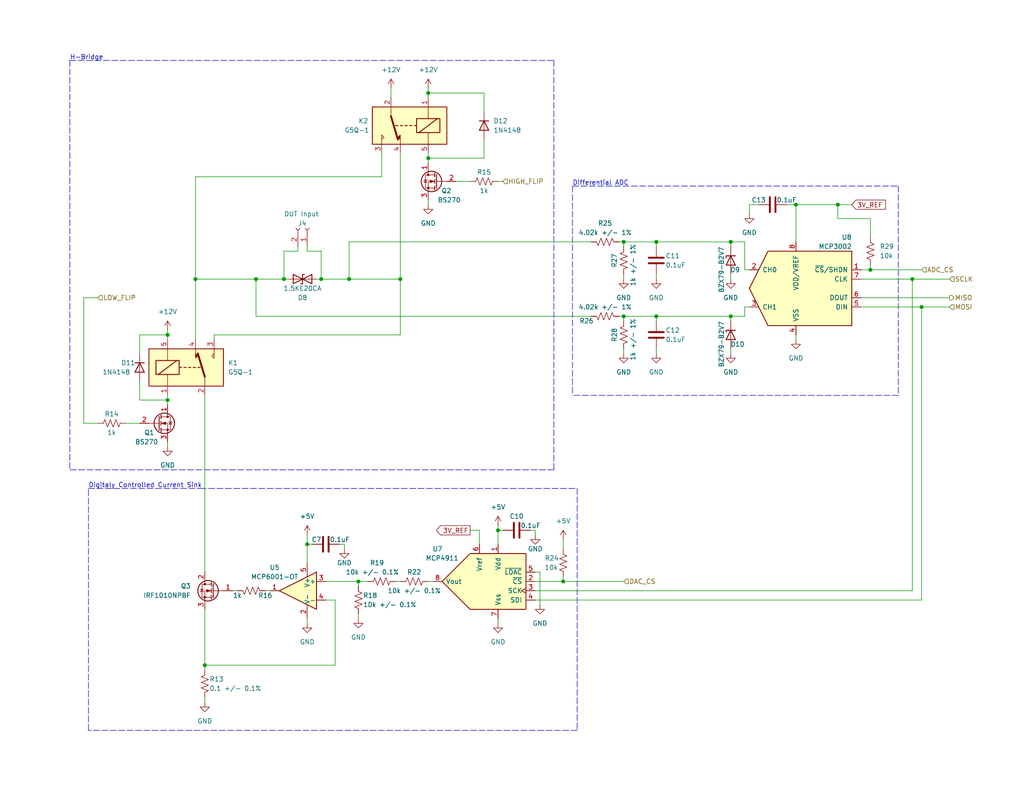
<source format=kicad_sch>
(kicad_sch (version 20211123) (generator eeschema)
  (paper "A")
  (title_block (title "USB Curve Tracer") (rev "1"))
  (lib_symbols
    (symbol "Amplifier_Operational:MCP6001-OT" (pin_names (offset 0.127))
      (property "Reference" "U" (at -1.27 6.35 0))
      (property "Value" "MCP6001-OT" (at -1.27 3.81 0))
      (symbol "MCP6001-OT_0_1"
        (polyline (pts (xy -5.08 5.08) (xy 5.08 0) (xy -5.08 -5.08) (xy -5.08 5.08)) (stroke (width 0.254)) (fill (type background)))
        (pin power_in line (at -2.54 -7.62 90) (length 3.81) (name "V-") (number "2"))
        (pin power_in line (at -2.54 7.62 270) (length 3.81) (name "V+") (number "5"))
      )
      (symbol "MCP6001-OT_1_1"
        (pin output line (at 7.62 0 180) (length 2.54) (name "~") (number "1"))
        (pin input line (at -7.62 2.54 0) (length 2.54) (name "+") (number "3"))
        (pin input line (at -7.62 -2.54 0) (length 2.54) (name "-") (number "4"))
      )
    )
    (symbol "Analog_ADC:MCP3002" (pin_names (offset 1.016))
      (property "Reference" "U" (at -6.35 11.43 0))
      (property "Value" "MCP3002" (at 11.43 11.43 0))
      (symbol "MCP3002_0_1"
        (polyline (pts (xy 15.24 10.16) (xy -7.62 10.16) (xy -12.7 0) (xy -7.62 -10.16) (xy 15.24 -10.16) (xy 15.24 10.16)) (stroke (width 0.254)) (fill (type background)))
      )
      (symbol "MCP3002_1_1"
        (pin input line (at 17.78 5.08 180) (length 2.54) (name "~{CS}/SHDN") (number "1"))
        (pin passive line (at -12.7 5.08 0) (length 2.54) (name "CH0") (number "2"))
        (pin passive line (at -12.7 -5.08 0) (length 2.54) (name "CH1") (number "3"))
        (pin power_in line (at 0 -12.7 90) (length 2.54) (name "VSS") (number "4"))
        (pin input line (at 17.78 -5.08 180) (length 2.54) (name "DIN") (number "5"))
        (pin output line (at 17.78 -2.54 180) (length 2.54) (name "DOUT") (number "6"))
        (pin input line (at 17.78 2.54 180) (length 2.54) (name "CLK") (number "7"))
        (pin power_in line (at 0 12.7 270) (length 2.54) (name "VDD/VREF") (number "8"))
      )
    )
    (symbol "Analog_DAC:MCP4911" (pin_names (offset 1.016))
      (property "Reference" "U" (at 6.35 10.795 0))
      (property "Value" "MCP4911" (at 6.35 8.89 0))
      (symbol "MCP4911_0_0"
        (polyline (pts (xy 15.24 0) (xy 7.62 7.62) (xy -7.62 7.62) (xy -7.62 -7.62) (xy 7.62 -7.62) (xy 15.24 0)) (stroke (width 0.254)) (fill (type background)))
      )
      (symbol "MCP4911_1_1"
        (pin power_in line (at 0 10.16 270) (length 2.54) (name "Vdd") (number "1"))
        (pin input line (at -10.16 0 0) (length 2.54) (name "~{CS}") (number "2"))
        (pin input clock (at -10.16 -2.54 0) (length 2.54) (name "SCK") (number "3"))
        (pin input line (at -10.16 -5.08 0) (length 2.54) (name "SDI") (number "4"))
        (pin input line (at -10.16 2.54 0) (length 2.54) (name "~{LDAC}") (number "5"))
        (pin power_in line (at 5.08 10.16 270) (length 2.54) (name "Vref") (number "6"))
        (pin power_in line (at 0 -10.16 90) (length 2.54) (name "Vss") (number "7"))
        (pin output line (at 17.78 0 180) (length 2.54) (name "Vout") (number "8"))
      )
    )
    (symbol "Connector:Conn_01x02_Female" (pin_names (offset 1.016) hide)
      (property "Reference" "J" (at 0 2.54 0))
      (property "Value" "Conn_01x02_Female" (at 0 -5.08 0))
      (symbol "Conn_01x02_Female_1_1"
        (arc (start 0 -2.032) (mid -0.508 -2.54) (end 0 -3.048) (stroke (width 0.1524)))
        (polyline (pts (xy -1.27 -2.54) (xy -0.508 -2.54)) (stroke (width 0.1524)))
        (polyline (pts (xy -1.27 0) (xy -0.508 0)) (stroke (width 0.1524)))
        (arc (start 0 0.508) (mid -0.508 0) (end 0 -0.508) (stroke (width 0.1524)))
        (pin passive line (at -5.08 0 0) (length 3.81) (name "Pin_1") (number "1"))
        (pin passive line (at -5.08 -2.54 0) (length 3.81) (name "Pin_2") (number "2"))
      )
    )
    (symbol "Device:C" (pin_numbers hide) (pin_names (offset 0.254))
      (property "Reference" "C" (at 0.635 2.54 0))
      (property "Value" "C" (at 0.635 -2.54 0))
      (symbol "C_0_1"
        (polyline (pts (xy -2.032 -0.762) (xy 2.032 -0.762)) (stroke (width 0.508)))
        (polyline (pts (xy -2.032 0.762) (xy 2.032 0.762)) (stroke (width 0.508)))
      )
      (symbol "C_1_1"
        (pin passive line (at 0 3.81 270) (length 2.794) (name "~") (number "1"))
        (pin passive line (at 0 -3.81 90) (length 2.794) (name "~") (number "2"))
      )
    )
    (symbol "Device:D_TVS" (pin_numbers hide) (pin_names (offset 1.016) hide)
      (property "Reference" "D" (at 0 2.54 0))
      (property "Value" "D_TVS" (at 0 -2.54 0))
      (symbol "D_TVS_0_1"
        (polyline (pts (xy 1.27 0) (xy -1.27 0)))
        (polyline (pts (xy 0.508 1.27) (xy 0 1.27) (xy 0 -1.27) (xy -0.508 -1.27)) (stroke (width 0.254)))
        (polyline (pts (xy -2.54 1.27) (xy -2.54 -1.27) (xy 2.54 1.27) (xy 2.54 -1.27) (xy -2.54 1.27)) (stroke (width 0.254)))
      )
      (symbol "D_TVS_1_1"
        (pin passive line (at -3.81 0 0) (length 2.54) (name "A1") (number "1"))
        (pin passive line (at 3.81 0 180) (length 2.54) (name "A2") (number "2"))
      )
    )
    (symbol "Device:D_Zener" (pin_numbers hide) (pin_names (offset 1.016) hide)
      (property "Reference" "D" (at 0 2.54 0))
      (property "Value" "D_Zener" (at 0 -2.54 0))
      (symbol "D_Zener_0_1"
        (polyline (pts (xy 1.27 0) (xy -1.27 0)))
        (polyline (pts (xy -1.27 -1.27) (xy -1.27 1.27) (xy -0.762 1.27)) (stroke (width 0.254)))
        (polyline (pts (xy 1.27 -1.27) (xy 1.27 1.27) (xy -1.27 0) (xy 1.27 -1.27)) (stroke (width 0.254)))
      )
      (symbol "D_Zener_1_1"
        (pin passive line (at -3.81 0 0) (length 2.54) (name "K") (number "1"))
        (pin passive line (at 3.81 0 180) (length 2.54) (name "A") (number "2"))
      )
    )
    (symbol "Device:Q_NMOS_DGS" (pin_names (offset 0) hide)
      (property "Reference" "Q" (at 5.08 1.27 0))
      (property "Value" "Q_NMOS_DGS" (at 5.08 -1.27 0))
      (symbol "Q_NMOS_DGS_0_1"
        (polyline (pts (xy 0.254 0) (xy -2.54 0)))
        (polyline (pts (xy 0.254 1.905) (xy 0.254 -1.905)) (stroke (width 0.254)))
        (polyline (pts (xy 0.762 -1.27) (xy 0.762 -2.286)) (stroke (width 0.254)))
        (polyline (pts (xy 0.762 0.508) (xy 0.762 -0.508)) (stroke (width 0.254)))
        (polyline (pts (xy 0.762 2.286) (xy 0.762 1.27)) (stroke (width 0.254)))
        (polyline (pts (xy 2.54 2.54) (xy 2.54 1.778)))
        (polyline (pts (xy 2.54 -2.54) (xy 2.54 0) (xy 0.762 0)))
        (polyline (pts (xy 0.762 -1.778) (xy 3.302 -1.778) (xy 3.302 1.778) (xy 0.762 1.778)))
        (polyline (pts (xy 1.016 0) (xy 2.032 0.381) (xy 2.032 -0.381) (xy 1.016 0)) (fill (type outline)))
        (polyline (pts (xy 2.794 0.508) (xy 2.921 0.381) (xy 3.683 0.381) (xy 3.81 0.254)))
        (polyline (pts (xy 3.302 0.381) (xy 2.921 -0.254) (xy 3.683 -0.254) (xy 3.302 0.381)))
        (circle (center 1.651 0) (radius 2.794) (stroke (width 0.254)))
        (circle (center 2.54 -1.778) (radius 0.254) (fill (type outline)))
        (circle (center 2.54 1.778) (radius 0.254) (fill (type outline)))
      )
      (symbol "Q_NMOS_DGS_1_1"
        (pin passive line (at 2.54 5.08 270) (length 2.54) (name "D") (number "1"))
        (pin input line (at -5.08 0 0) (length 2.54) (name "G") (number "2"))
        (pin passive line (at 2.54 -5.08 90) (length 2.54) (name "S") (number "3"))
      )
    )
    (symbol "Device:Q_NMOS_GDS" (pin_names (offset 0) hide)
      (property "Reference" "Q" (at 5.08 1.27 0))
      (property "Value" "Q_NMOS_GDS" (at 5.08 -1.27 0))
      (symbol "Q_NMOS_GDS_0_1"
        (polyline (pts (xy 0.254 0) (xy -2.54 0)))
        (polyline (pts (xy 0.254 1.905) (xy 0.254 -1.905)) (stroke (width 0.254)))
        (polyline (pts (xy 0.762 -1.27) (xy 0.762 -2.286)) (stroke (width 0.254)))
        (polyline (pts (xy 0.762 0.508) (xy 0.762 -0.508)) (stroke (width 0.254)))
        (polyline (pts (xy 0.762 2.286) (xy 0.762 1.27)) (stroke (width 0.254)))
        (polyline (pts (xy 2.54 2.54) (xy 2.54 1.778)))
        (polyline (pts (xy 2.54 -2.54) (xy 2.54 0) (xy 0.762 0)))
        (polyline (pts (xy 0.762 -1.778) (xy 3.302 -1.778) (xy 3.302 1.778) (xy 0.762 1.778)))
        (polyline (pts (xy 1.016 0) (xy 2.032 0.381) (xy 2.032 -0.381) (xy 1.016 0)) (fill (type outline)))
        (polyline (pts (xy 2.794 0.508) (xy 2.921 0.381) (xy 3.683 0.381) (xy 3.81 0.254)))
        (polyline (pts (xy 3.302 0.381) (xy 2.921 -0.254) (xy 3.683 -0.254) (xy 3.302 0.381)))
        (circle (center 1.651 0) (radius 2.794) (stroke (width 0.254)))
        (circle (center 2.54 -1.778) (radius 0.254) (fill (type outline)))
        (circle (center 2.54 1.778) (radius 0.254) (fill (type outline)))
      )
      (symbol "Q_NMOS_GDS_1_1"
        (pin input line (at -5.08 0 0) (length 2.54) (name "G") (number "1"))
        (pin passive line (at 2.54 5.08 270) (length 2.54) (name "D") (number "2"))
        (pin passive line (at 2.54 -5.08 90) (length 2.54) (name "S") (number "3"))
      )
    )
    (symbol "Device:R_US" (pin_numbers hide) (pin_names (offset 0))
      (property "Reference" "R" (at 2.54 0 90))
      (property "Value" "R_US" (at -2.54 0 90))
      (symbol "R_US_0_1"
        (polyline (pts (xy 0 -2.286) (xy 0 -2.54)))
        (polyline (pts (xy 0 2.286) (xy 0 2.54)))
        (polyline (pts (xy 0 -0.762) (xy 1.016 -1.143) (xy 0 -1.524) (xy -1.016 -1.905) (xy 0 -2.286)))
        (polyline (pts (xy 0 0.762) (xy 1.016 0.381) (xy 0 0) (xy -1.016 -0.381) (xy 0 -0.762)))
        (polyline (pts (xy 0 2.286) (xy 1.016 1.905) (xy 0 1.524) (xy -1.016 1.143) (xy 0 0.762)))
      )
      (symbol "R_US_1_1"
        (pin passive line (at 0 3.81 270) (length 1.27) (name "~") (number "1"))
        (pin passive line (at 0 -3.81 90) (length 1.27) (name "~") (number "2"))
      )
    )
    (symbol "Diode:1N4148" (pin_numbers hide) (pin_names (offset 1.016) hide)
      (property "Reference" "D" (at 0 2.54 0))
      (property "Value" "1N4148" (at 0 -2.54 0))
      (symbol "1N4148_0_1"
        (polyline (pts (xy -1.27 1.27) (xy -1.27 -1.27)) (stroke (width 0.254)))
        (polyline (pts (xy 1.27 0) (xy -1.27 0)))
        (polyline (pts (xy 1.27 1.27) (xy 1.27 -1.27) (xy -1.27 0) (xy 1.27 1.27)) (stroke (width 0.254)))
      )
      (symbol "1N4148_1_1"
        (pin passive line (at -3.81 0 0) (length 2.54) (name "K") (number "1"))
        (pin passive line (at 3.81 0 180) (length 2.54) (name "A") (number "2"))
      )
    )
    (symbol "Relay:G5Q-1"
      (property "Reference" "K" (at 11.43 3.81 0))
      (property "Value" "G5Q-1" (at 11.43 1.27 0))
      (symbol "G5Q-1_0_0"
        (polyline (pts (xy 7.62 5.08) (xy 7.62 2.54) (xy 6.985 3.175) (xy 7.62 3.81)))
      )
      (symbol "G5Q-1_0_1"
        (rectangle (start -10.16 5.08) (end 10.16 -5.08) (stroke (width 0.254)) (fill (type background)))
        (rectangle (start -8.255 1.905) (end -1.905 -1.905) (stroke (width 0.254)))
        (polyline (pts (xy -7.62 -1.905) (xy -2.54 1.905)) (stroke (width 0.254)))
        (polyline (pts (xy -5.08 -5.08) (xy -5.08 -1.905)))
        (polyline (pts (xy -5.08 5.08) (xy -5.08 1.905)))
        (polyline (pts (xy -1.905 0) (xy -1.27 0)) (stroke (width 0.254)))
        (polyline (pts (xy -0.635 0) (xy 0 0)) (stroke (width 0.254)))
        (polyline (pts (xy 0.635 0) (xy 1.27 0)) (stroke (width 0.254)))
        (polyline (pts (xy 1.905 0) (xy 2.54 0)) (stroke (width 0.254)))
        (polyline (pts (xy 3.175 0) (xy 3.81 0)) (stroke (width 0.254)))
        (polyline (pts (xy 5.08 -2.54) (xy 3.175 3.81)) (stroke (width 0.508)))
        (polyline (pts (xy 5.08 -2.54) (xy 5.08 -5.08)))
        (polyline (pts (xy 2.54 5.08) (xy 2.54 2.54) (xy 3.175 3.175) (xy 2.54 3.81)) (fill (type outline)))
      )
      (symbol "G5Q-1_1_1"
        (pin passive line (at -5.08 -7.62 90) (length 2.54) (name "~") (number "1"))
        (pin passive line (at 5.08 -7.62 90) (length 2.54) (name "~") (number "2"))
        (pin passive line (at 7.62 7.62 270) (length 2.54) (name "~") (number "3"))
        (pin passive line (at 2.54 7.62 270) (length 2.54) (name "~") (number "4"))
        (pin passive line (at -5.08 7.62 270) (length 2.54) (name "~") (number "5"))
      )
    )
    (symbol "power:+12V" (power) (pin_names (offset 0))
      (property "Value" "+12V" (at 0 3.556 0))
      (symbol "+12V_0_1"
        (polyline (pts (xy -0.762 1.27) (xy 0 2.54)))
        (polyline (pts (xy 0 0) (xy 0 2.54)))
        (polyline (pts (xy 0 2.54) (xy 0.762 1.27)))
      )
      (symbol "+12V_1_1"
        (pin power_in line (at 0 0 90) (length 0) hide (name "+12V") (number "1"))
      )
    )
    (symbol "power:+5V" (power) (pin_names (offset 0))
      (property "Value" "+5V" (at 0 3.556 0))
      (symbol "+5V_0_1"
        (polyline (pts (xy -0.762 1.27) (xy 0 2.54)))
        (polyline (pts (xy 0 0) (xy 0 2.54)))
        (polyline (pts (xy 0 2.54) (xy 0.762 1.27)))
      )
      (symbol "+5V_1_1"
        (pin power_in line (at 0 0 90) (length 0) hide (name "+5V") (number "1"))
      )
    )
    (symbol "power:GND" (power) (pin_names (offset 0))
      (property "Value" "GND" (at 0 -3.81 0))
      (symbol "GND_0_1"
        (polyline (pts (xy 0 0) (xy 0 -1.27) (xy 1.27 -1.27) (xy 0 -2.54) (xy -1.27 -1.27) (xy 0 -1.27)))
      )
      (symbol "GND_1_1"
        (pin power_in line (at 0 0 270) (length 0) hide (name "GND") (number "1"))
      )
    )
  )
  (junction (at 95.25 76.2))
  (junction (at 77.47 76.2))
  (junction (at 179.07 86.36))
  (junction (at 53.34 76.2))
  (junction (at 97.79 158.75))
  (junction (at 87.63 76.2))
  (junction (at 135.89 144.78))
  (junction (at 45.72 109.22))
  (junction (at 116.84 43.18))
  (junction (at 69.85 76.2))
  (junction (at 251.46 83.82))
  (junction (at 217.17 55.88))
  (junction (at 45.72 91.44))
  (junction (at 237.49 73.66))
  (junction (at 170.18 66.04))
  (junction (at 170.18 86.36))
  (junction (at 153.67 158.75))
  (junction (at 116.84 25.4))
  (junction (at 199.39 66.04))
  (junction (at 248.92 76.2))
  (junction (at 179.07 66.04))
  (junction (at 109.22 76.2))
  (junction (at 199.39 86.36))
  (junction (at 83.82 148.59))
  (junction (at 55.88 181.61))
  (junction (at 228.6 55.88))
  (wire (pts (xy 237.49 73.66) (xy 251.46 73.66)))
  (wire (pts (xy 87.63 76.2) (xy 86.36 76.2)))
  (wire (pts (xy 146.05 158.75) (xy 153.67 158.75)))
  (wire (pts (xy 38.1 91.44) (xy 45.72 91.44)))
  (wire (pts (xy 77.47 76.2) (xy 78.74 76.2)))
  (wire (pts (xy 237.49 64.77) (xy 237.49 59.69)))
  (wire (pts (xy 45.72 107.95) (xy 45.72 109.22)))
  (polyline (pts (xy 156.21 50.8) (xy 156.21 107.95)))
  (wire (pts (xy 53.34 76.2) (xy 69.85 76.2)))
  (polyline (pts (xy 156.21 50.8) (xy 245.11 50.8)))
  (wire (pts (xy 203.2 86.36) (xy 203.2 83.82)))
  (wire (pts (xy 64.77 161.29) (xy 63.5 161.29)))
  (wire (pts (xy 83.82 67.31) (xy 83.82 68.58)))
  (wire (pts (xy 135.89 144.78) (xy 135.89 148.59)))
  (wire (pts (xy 146.05 146.05) (xy 146.05 144.78)))
  (wire (pts (xy 232.41 55.88) (xy 228.6 55.88)))
  (wire (pts (xy 146.05 144.78) (xy 144.78 144.78)))
  (wire (pts (xy 203.2 66.04) (xy 203.2 73.66)))
  (wire (pts (xy 55.88 107.95) (xy 55.88 156.21)))
  (wire (pts (xy 204.47 73.66) (xy 203.2 73.66)))
  (polyline (pts (xy 157.48 199.39) (xy 24.13 199.39)))
  (wire (pts (xy 116.84 158.75) (xy 118.11 158.75)))
  (wire (pts (xy 81.28 68.58) (xy 77.47 68.58)))
  (wire (pts (xy 179.07 86.36) (xy 199.39 86.36)))
  (polyline (pts (xy 151.13 16.51) (xy 151.13 110.49)))
  (wire (pts (xy 251.46 163.83) (xy 146.05 163.83)))
  (polyline (pts (xy 157.48 133.35) (xy 157.48 199.39)))
  (wire (pts (xy 234.95 81.28) (xy 259.08 81.28)))
  (wire (pts (xy 45.72 109.22) (xy 38.1 109.22)))
  (wire (pts (xy 132.08 43.18) (xy 132.08 38.1)))
  (wire (pts (xy 106.68 24.13) (xy 106.68 26.67)))
  (wire (pts (xy 88.9 163.83) (xy 91.44 163.83)))
  (wire (pts (xy 87.63 76.2) (xy 95.25 76.2)))
  (wire (pts (xy 135.89 168.91) (xy 135.89 170.18)))
  (wire (pts (xy 45.72 109.22) (xy 45.72 110.49)))
  (wire (pts (xy 137.16 144.78) (xy 135.89 144.78)))
  (wire (pts (xy 170.18 86.36) (xy 179.07 86.36)))
  (wire (pts (xy 116.84 25.4) (xy 132.08 25.4)))
  (wire (pts (xy 135.89 49.53) (xy 137.16 49.53)))
  (wire (pts (xy 95.25 76.2) (xy 109.22 76.2)))
  (wire (pts (xy 170.18 87.63) (xy 170.18 86.36)))
  (wire (pts (xy 88.9 158.75) (xy 97.79 158.75)))
  (wire (pts (xy 130.81 148.59) (xy 130.81 144.78)))
  (wire (pts (xy 38.1 96.52) (xy 38.1 91.44)))
  (wire (pts (xy 58.42 91.44) (xy 109.22 91.44)))
  (wire (pts (xy 199.39 74.93) (xy 199.39 76.2)))
  (wire (pts (xy 179.07 66.04) (xy 179.07 67.31)))
  (wire (pts (xy 147.32 156.21) (xy 146.05 156.21)))
  (wire (pts (xy 109.22 41.91) (xy 109.22 76.2)))
  (wire (pts (xy 97.79 158.75) (xy 97.79 160.02)))
  (wire (pts (xy 124.46 49.53) (xy 128.27 49.53)))
  (polyline (pts (xy 54.61 133.35) (xy 157.48 133.35)))
  (wire (pts (xy 207.01 55.88) (xy 204.47 55.88)))
  (polyline (pts (xy 151.13 110.49) (xy 151.13 128.27)))
  (wire (pts (xy 116.84 25.4) (xy 116.84 26.67)))
  (wire (pts (xy 87.63 68.58) (xy 87.63 76.2)))
  (wire (pts (xy 116.84 54.61) (xy 116.84 55.88)))
  (wire (pts (xy 55.88 166.37) (xy 55.88 181.61)))
  (wire (pts (xy 83.82 68.58) (xy 87.63 68.58)))
  (wire (pts (xy 104.14 48.26) (xy 104.14 41.91)))
  (wire (pts (xy 55.88 181.61) (xy 55.88 182.88)))
  (wire (pts (xy 251.46 83.82) (xy 259.08 83.82)))
  (wire (pts (xy 228.6 55.88) (xy 217.17 55.88)))
  (wire (pts (xy 179.07 74.93) (xy 179.07 76.2)))
  (wire (pts (xy 83.82 146.05) (xy 83.82 148.59)))
  (wire (pts (xy 170.18 66.04) (xy 179.07 66.04)))
  (wire (pts (xy 199.39 95.25) (xy 199.39 96.52)))
  (polyline (pts (xy 245.11 50.8) (xy 245.11 107.95)))
  (wire (pts (xy 91.44 163.83) (xy 91.44 181.61)))
  (wire (pts (xy 199.39 86.36) (xy 203.2 86.36)))
  (wire (pts (xy 170.18 76.2) (xy 170.18 74.93)))
  (wire (pts (xy 153.67 158.75) (xy 153.67 157.48)))
  (wire (pts (xy 53.34 76.2) (xy 53.34 48.26)))
  (wire (pts (xy 26.67 115.57) (xy 22.86 115.57)))
  (wire (pts (xy 22.86 81.28) (xy 26.67 81.28)))
  (wire (pts (xy 58.42 92.71) (xy 58.42 91.44)))
  (wire (pts (xy 234.95 83.82) (xy 251.46 83.82)))
  (wire (pts (xy 199.39 66.04) (xy 199.39 67.31)))
  (wire (pts (xy 34.29 115.57) (xy 38.1 115.57)))
  (wire (pts (xy 81.28 67.31) (xy 81.28 68.58)))
  (polyline (pts (xy 151.13 128.27) (xy 19.05 128.27)))
  (wire (pts (xy 170.18 86.36) (xy 168.91 86.36)))
  (polyline (pts (xy 245.11 107.95) (xy 156.21 107.95)))
  (wire (pts (xy 199.39 66.04) (xy 203.2 66.04)))
  (wire (pts (xy 199.39 86.36) (xy 199.39 87.63)))
  (wire (pts (xy 69.85 76.2) (xy 77.47 76.2)))
  (wire (pts (xy 132.08 25.4) (xy 132.08 30.48)))
  (wire (pts (xy 45.72 90.17) (xy 45.72 91.44)))
  (wire (pts (xy 237.49 73.66) (xy 237.49 72.39)))
  (wire (pts (xy 95.25 66.04) (xy 95.25 76.2)))
  (wire (pts (xy 248.92 161.29) (xy 248.92 76.2)))
  (wire (pts (xy 73.66 161.29) (xy 72.39 161.29)))
  (wire (pts (xy 204.47 58.42) (xy 204.47 55.88)))
  (wire (pts (xy 217.17 91.44) (xy 217.17 92.71)))
  (wire (pts (xy 161.29 86.36) (xy 69.85 86.36)))
  (wire (pts (xy 170.18 96.52) (xy 170.18 95.25)))
  (wire (pts (xy 170.18 66.04) (xy 168.91 66.04)))
  (wire (pts (xy 97.79 158.75) (xy 100.33 158.75)))
  (wire (pts (xy 93.98 148.59) (xy 92.71 148.59)))
  (wire (pts (xy 77.47 68.58) (xy 77.47 76.2)))
  (polyline (pts (xy 19.05 16.51) (xy 19.05 128.27)))
  (wire (pts (xy 153.67 147.32) (xy 153.67 149.86)))
  (wire (pts (xy 91.44 181.61) (xy 55.88 181.61)))
  (wire (pts (xy 83.82 153.67) (xy 83.82 148.59)))
  (wire (pts (xy 53.34 48.26) (xy 104.14 48.26)))
  (wire (pts (xy 116.84 41.91) (xy 116.84 43.18)))
  (wire (pts (xy 179.07 86.36) (xy 179.07 87.63)))
  (wire (pts (xy 116.84 43.18) (xy 116.84 44.45)))
  (wire (pts (xy 179.07 95.25) (xy 179.07 96.52)))
  (wire (pts (xy 107.95 158.75) (xy 109.22 158.75)))
  (wire (pts (xy 53.34 92.71) (xy 53.34 76.2)))
  (wire (pts (xy 116.84 24.13) (xy 116.84 25.4)))
  (wire (pts (xy 251.46 83.82) (xy 251.46 163.83)))
  (wire (pts (xy 97.79 167.64) (xy 97.79 168.91)))
  (wire (pts (xy 45.72 120.65) (xy 45.72 121.92)))
  (wire (pts (xy 228.6 59.69) (xy 228.6 55.88)))
  (wire (pts (xy 83.82 168.91) (xy 83.82 170.18)))
  (wire (pts (xy 85.09 148.59) (xy 83.82 148.59)))
  (polyline (pts (xy 24.13 199.39) (xy 24.13 133.35)))
  (wire (pts (xy 38.1 109.22) (xy 38.1 104.14)))
  (wire (pts (xy 69.85 76.2) (xy 69.85 86.36)))
  (wire (pts (xy 170.18 67.31) (xy 170.18 66.04)))
  (wire (pts (xy 109.22 76.2) (xy 109.22 91.44)))
  (wire (pts (xy 55.88 190.5) (xy 55.88 191.77)))
  (wire (pts (xy 147.32 165.1) (xy 147.32 156.21)))
  (wire (pts (xy 153.67 158.75) (xy 170.18 158.75)))
  (wire (pts (xy 93.98 149.86) (xy 93.98 148.59)))
  (wire (pts (xy 146.05 161.29) (xy 248.92 161.29)))
  (polyline (pts (xy 19.05 16.51) (xy 151.13 16.51)))
  (wire (pts (xy 130.81 144.78) (xy 128.27 144.78)))
  (wire (pts (xy 248.92 76.2) (xy 259.08 76.2)))
  (wire (pts (xy 116.84 43.18) (xy 132.08 43.18)))
  (wire (pts (xy 179.07 66.04) (xy 199.39 66.04)))
  (wire (pts (xy 234.95 73.66) (xy 237.49 73.66)))
  (wire (pts (xy 237.49 59.69) (xy 228.6 59.69)))
  (wire (pts (xy 204.47 83.82) (xy 203.2 83.82)))
  (polyline (pts (xy 24.13 133.35) (xy 54.61 133.35)))
  (wire (pts (xy 135.89 143.51) (xy 135.89 144.78)))
  (wire (pts (xy 22.86 115.57) (xy 22.86 81.28)))
  (wire (pts (xy 161.29 66.04) (xy 95.25 66.04)))
  (wire (pts (xy 248.92 76.2) (xy 234.95 76.2)))
  (wire (pts (xy 217.17 55.88) (xy 214.63 55.88)))
  (wire (pts (xy 45.72 91.44) (xy 45.72 92.71)))
  (wire (pts (xy 217.17 55.88) (xy 217.17 66.04)))
  (text "Digitaly Controlled Current Sink" (at 24.13 133.35 0) (effects (font (size 1.27 1.27)) (justify left bottom)))
  (text "Differential ADC" (at 156.21 50.8 0) (effects (font (size 1.27 1.27)) (justify left bottom)))
  (text "H-Bridge" (at 19.05 16.51 0) (effects (font (size 1.27 1.27)) (justify left bottom)))
  (global_label "3V_REF" (shape input) (at 232.41 55.88 0) (property "Intersheet References" "${INTERSHEET_REFS}" (effects hide)))
  (global_label "3V_REF" (shape output) (at 128.27 144.78 180) (property "Intersheet References" "${INTERSHEET_REFS}" (effects hide)))
  (hierarchical_label "LOW_FLIP" (shape input) (at 26.67 81.28 0))
  (hierarchical_label "ADC_CS" (shape input) (at 251.46 73.66 0))
  (hierarchical_label "MISO" (shape output) (at 259.08 81.28 0))
  (hierarchical_label "DAC_CS" (shape input) (at 170.18 158.75 0))
  (hierarchical_label "SCLK" (shape input) (at 259.08 76.2 0))
  (hierarchical_label "HIGH_FLIP" (shape input) (at 137.16 49.53 0))
  (hierarchical_label "MOSI" (shape input) (at 259.08 83.82 0))
  (symbol (lib_id "Device:R_US") (at 165.1 66.04 270) (mirror x) (unit 1)
    (property "Reference" "R25" (at 165.1 60.96 90))
    (property "Value" "4.02k +/- 1%" (at 165.1 63.5 90))
    (property "Footprint" "Resistor_THT:R_Axial_DIN0207_L6.3mm_D2.5mm_P7.62mm_Horizontal" (effects hide))
  )
  (symbol (lib_id "power:GND") (at 170.18 76.2 0) (mirror y) (unit 1)
    (property "Reference" "#PWR045" (effects hide))
    (property "Value" "GND" (at 170.18 81.28 0))
  )
  (symbol (lib_id "Relay:G5Q-1") (at 50.8 100.33 0) (unit 1)
    (property "Reference" "K1" (at 62.23 99.0599 0) (effects (justify left)))
    (property "Value" "G5Q-1" (at 62.23 101.5999 0) (effects (justify left)))
    (property "Footprint" "Relay_THT:Relay_SPDT_Omron-G5Q-1" (effects hide))
    (property "Datasheet" "https://www.omron.com/ecb/products/pdf/en-g5q.pdf" (effects hide))
  )
  (symbol (lib_id "Device:R_US") (at 237.49 68.58 0) (unit 1)
    (property "Reference" "R29" (at 240.03 67.3099 0) (effects (justify left)))
    (property "Value" "10k" (at 240.03 69.8499 0) (effects (justify left)))
    (property "Footprint" "Resistor_THT:R_Axial_DIN0207_L6.3mm_D2.5mm_P7.62mm_Horizontal" (effects hide))
  )
  (symbol (lib_id "Device:C") (at 179.07 71.12 0) (unit 1)
    (property "Reference" "C11" (at 181.61 69.85 0) (effects (justify left)))
    (property "Value" "0.1uF" (at 181.61 72.39 0) (effects (justify left)))
    (property "Footprint" "Capacitor_THT:C_Disc_D6.0mm_W2.5mm_P5.00mm" (effects hide))
  )
  (symbol (lib_id "power:GND") (at 147.32 165.1 0) (mirror y) (unit 1)
    (property "Reference" "#PWR043" (effects hide))
    (property "Value" "GND" (at 147.32 170.18 0))
  )
  (symbol (lib_id "Device:R_US") (at 170.18 71.12 0) (mirror x) (unit 1)
    (property "Reference" "R27" (at 167.64 71.12 90))
    (property "Value" "1k +/- 1%" (at 172.72 72.39 90))
    (property "Footprint" "Resistor_THT:R_Axial_DIN0207_L6.3mm_D2.5mm_P7.62mm_Horizontal" (effects hide))
  )
  (symbol (lib_id "power:GND") (at 199.39 76.2 0) (mirror y) (unit 1)
    (property "Reference" "#PWR049" (effects hide))
    (property "Value" "GND" (at 199.39 81.28 0))
  )
  (symbol (lib_id "power:GND") (at 83.82 170.18 0) (mirror y) (unit 1)
    (property "Reference" "#PWR032" (effects hide))
    (property "Value" "GND" (at 83.82 175.26 0))
  )
  (symbol (lib_id "Device:Q_NMOS_DGS") (at 119.38 49.53 0) (mirror y) (unit 1)
    (property "Reference" "Q2" (at 123.19 52.07 0) (effects (justify left)))
    (property "Value" "BS270" (at 125.73 54.61 0) (effects (justify left)))
    (property "Footprint" "Package_TO_SOT_THT:TO-92_Inline" (effects hide))
  )
  (symbol (lib_id "power:GND") (at 179.07 76.2 0) (mirror y) (unit 1)
    (property "Reference" "#PWR047" (effects hide))
    (property "Value" "GND" (at 179.07 81.28 0))
  )
  (symbol (lib_id "power:GND") (at 116.84 55.88 0) (mirror y) (unit 1)
    (property "Reference" "#PWR033" (effects hide))
    (property "Value" "GND" (at 116.84 60.96 0))
  )
  (symbol (lib_id "power:GND") (at 45.72 121.92 0) (mirror y) (unit 1)
    (property "Reference" "#PWR028" (effects hide))
    (property "Value" "GND" (at 45.72 127 0))
  )
  (symbol (lib_id "power:GND") (at 135.89 170.18 0) (mirror y) (unit 1)
    (property "Reference" "#PWR041" (effects hide))
    (property "Value" "GND" (at 135.89 175.26 0))
  )
  (symbol (lib_id "Connector:Conn_01x02_Female") (at 83.82 62.23 270) (mirror x) (unit 1)
    (property "Reference" "J4" (at 81.28 60.96 90) (effects (justify left)))
    (property "Value" "DUT Input" (at 77.47 58.42 90) (effects (justify left)))
    (property "Footprint" "Connector_PinSocket_2.54mm:PinSocket_1x02_P2.54mm_Vertical" (effects hide))
  )
  (symbol (lib_id "power:GND") (at 55.88 191.77 0) (mirror y) (unit 1)
    (property "Reference" "#PWR026" (effects hide))
    (property "Value" "GND" (at 55.88 196.85 0))
  )
  (symbol (lib_id "power:+12V") (at 116.84 24.13 0) (unit 1)
    (property "Reference" "#PWR030" (effects hide))
    (property "Value" "+12V" (at 116.84 19.05 0))
  )
  (symbol (lib_id "power:GND") (at 217.17 92.71 0) (mirror y) (unit 1)
    (property "Reference" "#PWR052" (effects hide))
    (property "Value" "GND" (at 217.17 97.79 0))
  )
  (symbol (lib_id "power:GND") (at 97.79 168.91 0) (mirror y) (unit 1)
    (property "Reference" "#PWR035" (effects hide))
    (property "Value" "GND" (at 97.79 173.99 0))
  )
  (symbol (lib_id "Device:R_US") (at 165.1 86.36 270) (mirror x) (unit 1)
    (property "Reference" "R26" (at 160.02 87.63 90))
    (property "Value" "4.02k +/- 1%" (at 165.1 83.82 90))
    (property "Footprint" "Resistor_THT:R_Axial_DIN0207_L6.3mm_D2.5mm_P7.62mm_Horizontal" (effects hide))
  )
  (symbol (lib_id "power:+5V") (at 135.89 143.51 0) (mirror y) (unit 1)
    (property "Reference" "#PWR040" (effects hide))
    (property "Value" "+5V" (at 135.89 138.43 0))
  )
  (symbol (lib_id "Device:R_US") (at 132.08 49.53 90) (unit 1)
    (property "Reference" "R15" (at 132.08 46.99 90))
    (property "Value" "1k" (at 132.08 52.07 90))
    (property "Footprint" "Resistor_THT:R_Axial_DIN0207_L6.3mm_D2.5mm_P7.62mm_Horizontal" (effects hide))
  )
  (symbol (lib_id "Device:Q_NMOS_DGS") (at 43.18 115.57 0) (unit 1)
    (property "Reference" "Q1" (at 39.37 118.11 0) (effects (justify left)))
    (property "Value" "BS270" (at 36.83 120.65 0) (effects (justify left)))
    (property "Footprint" "Package_TO_SOT_THT:TO-92_Inline" (effects hide))
  )
  (symbol (lib_id "Diode:1N4148") (at 38.1 100.33 270) (unit 1)
    (property "Reference" "D11" (at 33.02 99.06 90) (effects (justify left)))
    (property "Value" "1N4148" (at 27.94 101.6 90) (effects (justify left)))
    (property "Footprint" "Diode_THT:D_DO-35_SOD27_P7.62mm_Horizontal" (effects hide))
    (property "Datasheet" "https://assets.nexperia.com/documents/data-sheet/1N4148_1N4448.pdf" (effects hide))
  )
  (symbol (lib_id "Device:R_US") (at 104.14 158.75 90) (unit 1)
    (property "Reference" "R19" (at 102.87 153.67 90))
    (property "Value" "10k +/- 0.1%" (at 101.6 156.21 90))
    (property "Footprint" "Resistor_THT:R_Axial_DIN0207_L6.3mm_D2.5mm_P7.62mm_Horizontal" (effects hide))
  )
  (symbol (lib_id "Device:D_Zener") (at 199.39 91.44 90) (mirror x) (unit 1)
    (property "Reference" "D10" (at 203.2 93.98 90) (effects (justify left)))
    (property "Value" "BZX79-B2V7" (at 196.85 87.63 0) (effects (justify left)))
    (property "Footprint" "Diode_THT:D_DO-41_SOD81_P7.62mm_Horizontal" (effects hide))
  )
  (symbol (lib_id "Device:Q_NMOS_GDS") (at 58.42 161.29 0) (mirror y) (unit 1)
    (property "Reference" "Q3" (at 52.07 160.0199 0) (effects (justify left)))
    (property "Value" "IRF1010NPBF" (at 52.07 162.5599 0) (effects (justify left)))
    (property "Footprint" "Package_TO_SOT_THT:TO-220-3_Vertical" (effects hide))
  )
  (symbol (lib_id "power:+12V") (at 106.68 24.13 0) (unit 1)
    (property "Reference" "#PWR029" (effects hide))
    (property "Value" "+12V" (at 106.68 19.05 0))
  )
  (symbol (lib_id "Device:R_US") (at 170.18 91.44 0) (mirror x) (unit 1)
    (property "Reference" "R28" (at 167.64 91.44 90))
    (property "Value" "1k +/- 1%" (at 172.72 92.71 90))
    (property "Footprint" "Resistor_THT:R_Axial_DIN0207_L6.3mm_D2.5mm_P7.62mm_Horizontal" (effects hide))
  )
  (symbol (lib_id "power:+5V") (at 83.82 146.05 0) (mirror y) (unit 1)
    (property "Reference" "#PWR031" (effects hide))
    (property "Value" "+5V" (at 83.82 140.97 0))
  )
  (symbol (lib_id "Device:R_US") (at 30.48 115.57 90) (unit 1)
    (property "Reference" "R14" (at 30.48 113.03 90))
    (property "Value" "1k" (at 30.48 118.11 90))
    (property "Footprint" "Resistor_THT:R_Axial_DIN0207_L6.3mm_D2.5mm_P7.62mm_Horizontal" (effects hide))
  )
  (symbol (lib_id "power:GND") (at 179.07 96.52 0) (mirror y) (unit 1)
    (property "Reference" "#PWR048" (effects hide))
    (property "Value" "GND" (at 179.07 101.6 0))
  )
  (symbol (lib_id "Device:R_US") (at 153.67 153.67 0) (unit 1)
    (property "Reference" "R24" (at 148.59 152.4 0) (effects (justify left)))
    (property "Value" "10k" (at 148.59 154.94 0) (effects (justify left)))
    (property "Footprint" "Resistor_THT:R_Axial_DIN0207_L6.3mm_D2.5mm_P7.62mm_Horizontal" (effects hide))
  )
  (symbol (lib_id "power:+5V") (at 153.67 147.32 0) (mirror y) (unit 1)
    (property "Reference" "#PWR044" (effects hide))
    (property "Value" "+5V" (at 153.67 142.24 0))
  )
  (symbol (lib_id "Amplifier_Operational:MCP6001-OT") (at 81.28 161.29 0) (mirror y) (unit 1)
    (property "Reference" "U5" (at 74.93 154.94 0))
    (property "Value" "MCP6001-OT" (at 74.93 157.48 0))
    (property "Footprint" "Package_TO_SOT_SMD:SOT-23-5" (effects hide))
    (property "Datasheet" "http://ww1.microchip.com/downloads/en/DeviceDoc/21733j.pdf" (effects hide))
  )
  (symbol (lib_id "Device:R_US") (at 97.79 163.83 0) (unit 1)
    (property "Reference" "R18" (at 99.06 162.56 0) (effects (justify left)))
    (property "Value" "10k +/- 0.1%" (at 99.06 165.1 0) (effects (justify left)))
    (property "Footprint" "Resistor_THT:R_Axial_DIN0207_L6.3mm_D2.5mm_P7.62mm_Horizontal" (effects hide))
  )
  (symbol (lib_id "Device:R_US") (at 68.58 161.29 270) (mirror x) (unit 1)
    (property "Reference" "R16" (at 72.39 162.56 90))
    (property "Value" "1k" (at 64.77 162.56 90))
    (property "Footprint" "Resistor_THT:R_Axial_DIN0207_L6.3mm_D2.5mm_P7.62mm_Horizontal" (effects hide))
  )
  (symbol (lib_id "power:GND") (at 146.05 146.05 0) (mirror y) (unit 1)
    (property "Reference" "#PWR042" (effects hide))
    (property "Value" "GND" (at 146.05 149.86 0))
  )
  (symbol (lib_id "Device:C") (at 140.97 144.78 270) (mirror x) (unit 1)
    (property "Reference" "C10" (at 140.97 140.97 90))
    (property "Value" "0.1uF" (at 144.78 143.51 90))
    (property "Footprint" "Capacitor_THT:C_Disc_D6.0mm_W2.5mm_P5.00mm" (effects hide))
  )
  (symbol (lib_id "Device:R_US") (at 55.88 186.69 0) (mirror y) (unit 1)
    (property "Reference" "R13" (at 57.15 185.42 0) (effects (justify right)))
    (property "Value" "0.1 +/- 0.1%" (at 57.15 187.96 0) (effects (justify right)))
    (property "Footprint" "Resistor_THT:R_Axial_DIN0207_L6.3mm_D2.5mm_P7.62mm_Horizontal" (effects hide))
  )
  (symbol (lib_id "Analog_DAC:MCP4911") (at 135.89 158.75 0) (mirror y) (unit 1)
    (property "Reference" "U7" (at 119.38 149.86 0))
    (property "Value" "MCP4911" (at 120.65 152.4 0))
    (property "Footprint" "Package_DIP:DIP-8_W7.62mm" (effects hide))
    (property "Datasheet" "http://ww1.microchip.com/downloads/en/DeviceDoc/22248a.pdf" (effects hide))
  )
  (symbol (lib_id "Device:C") (at 88.9 148.59 270) (mirror x) (unit 1)
    (property "Reference" "C7" (at 86.36 147.32 90))
    (property "Value" "0.1uF" (at 92.71 147.32 90))
    (property "Footprint" "Capacitor_THT:C_Disc_D6.0mm_W2.5mm_P5.00mm" (effects hide))
  )
  (symbol (lib_id "power:GND") (at 170.18 96.52 0) (mirror y) (unit 1)
    (property "Reference" "#PWR046" (effects hide))
    (property "Value" "GND" (at 170.18 101.6 0))
  )
  (symbol (lib_id "Device:D_Zener") (at 199.39 71.12 90) (mirror x) (unit 1)
    (property "Reference" "D9" (at 201.93 73.66 90) (effects (justify left)))
    (property "Value" "BZX79-B2V7" (at 196.85 67.31 0) (effects (justify left)))
    (property "Footprint" "Diode_THT:D_DO-41_SOD81_P7.62mm_Horizontal" (effects hide))
  )
  (symbol (lib_id "Diode:1N4148") (at 132.08 34.29 270) (unit 1)
    (property "Reference" "D12" (at 134.62 33.0199 90) (effects (justify left)))
    (property "Value" "1N4148" (at 134.62 35.5599 90) (effects (justify left)))
    (property "Footprint" "Diode_THT:D_DO-35_SOD27_P7.62mm_Horizontal" (effects hide))
    (property "Datasheet" "https://assets.nexperia.com/documents/data-sheet/1N4148_1N4448.pdf" (effects hide))
  )
  (symbol (lib_id "Analog_ADC:MCP3002") (at 217.17 78.74 0) (unit 1)
    (property "Reference" "U8" (at 232.41 64.77 0) (effects (justify right)))
    (property "Value" "MCP3002" (at 232.41 67.31 0) (effects (justify right)))
    (property "Footprint" "Package_DIP:DIP-8_W7.62mm" (effects hide))
    (property "Datasheet" "http://ww1.microchip.com/downloads/en/DeviceDoc/21294E.pdf" (effects hide))
  )
  (symbol (lib_id "Device:R_US") (at 113.03 158.75 90) (unit 1)
    (property "Reference" "R22" (at 113.03 156.21 90))
    (property "Value" "10k +/- 0.1%" (at 113.03 161.29 90))
    (property "Footprint" "Resistor_THT:R_Axial_DIN0207_L6.3mm_D2.5mm_P7.62mm_Horizontal" (effects hide))
  )
  (symbol (lib_id "Device:C") (at 179.07 91.44 0) (unit 1)
    (property "Reference" "C12" (at 181.61 90.17 0) (effects (justify left)))
    (property "Value" "0.1uF" (at 181.61 92.71 0) (effects (justify left)))
    (property "Footprint" "Capacitor_THT:C_Disc_D6.0mm_W2.5mm_P5.00mm" (effects hide))
  )
  (symbol (lib_id "power:+12V") (at 45.72 90.17 0) (unit 1)
    (property "Reference" "#PWR027" (effects hide))
    (property "Value" "+12V" (at 45.72 85.09 0))
  )
  (symbol (lib_id "power:GND") (at 93.98 149.86 0) (mirror y) (unit 1)
    (property "Reference" "#PWR034" (effects hide))
    (property "Value" "GND" (at 93.98 153.67 0))
  )
  (symbol (lib_id "Device:D_TVS") (at 82.55 76.2 0) (unit 1)
    (property "Reference" "D8" (at 82.55 81.28 0))
    (property "Value" "1.5KE20CA" (at 82.55 78.74 0))
    (property "Footprint" "Diode_SMD:D_SMA_Handsoldering" (effects hide))
  )
  (symbol (lib_id "power:GND") (at 199.39 96.52 0) (mirror y) (unit 1)
    (property "Reference" "#PWR050" (effects hide))
    (property "Value" "GND" (at 199.39 101.6 0))
  )
  (symbol (lib_id "Device:C") (at 210.82 55.88 270) (mirror x) (unit 1)
    (property "Reference" "C13" (at 207.01 54.61 90))
    (property "Value" "0.1uF" (at 214.63 54.61 90))
    (property "Footprint" "Capacitor_THT:C_Disc_D6.0mm_W2.5mm_P5.00mm" (effects hide))
  )
  (symbol (lib_id "power:GND") (at 204.47 58.42 0) (mirror y) (unit 1)
    (property "Reference" "#PWR051" (effects hide))
    (property "Value" "GND" (at 204.47 63.5 0))
  )
  (symbol (lib_id "Relay:G5Q-1") (at 111.76 34.29 180) (unit 1)
    (property "Reference" "K2" (at 97.79 33.02 0) (effects (justify right)))
    (property "Value" "G5Q-1" (at 93.98 35.56 0) (effects (justify right)))
    (property "Footprint" "Relay_THT:Relay_SPDT_Omron-G5Q-1" (effects hide))
    (property "Datasheet" "https://www.omron.com/ecb/products/pdf/en-g5q.pdf" (effects hide))
  )
)
</source>
